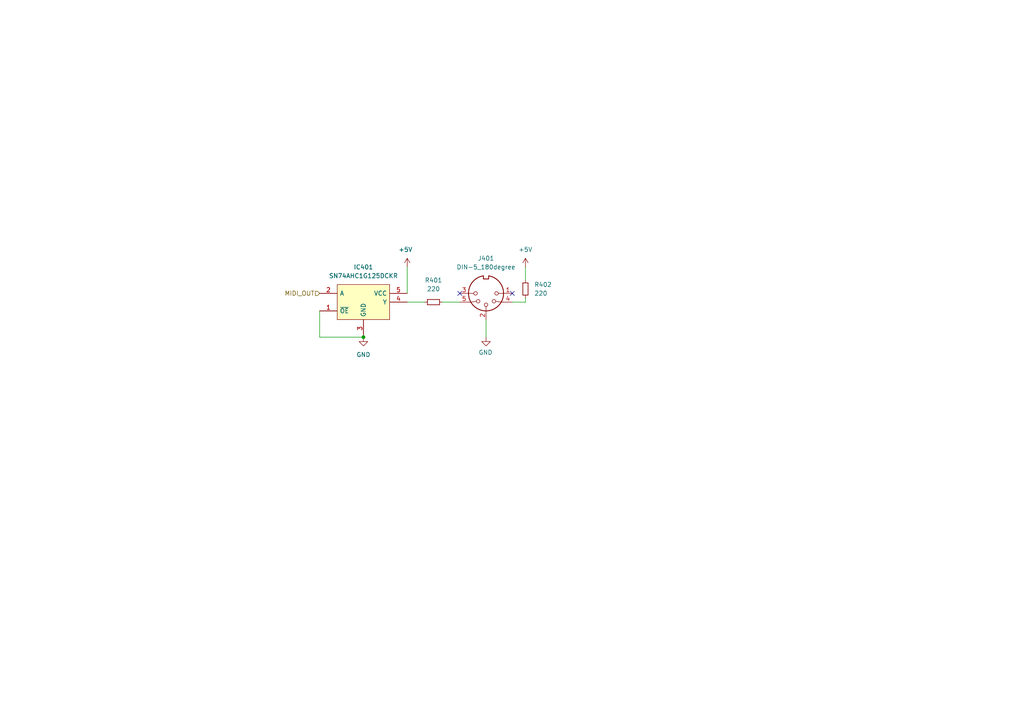
<source format=kicad_sch>
(kicad_sch (version 20211123) (generator eeschema)
  (paper "A4")
  (lib_symbols
    (symbol "Buffer:SN74AHC1G125DCKR" (pin_names (offset 0.762))
      (property "Reference" "IC" (at 21.59 7.62 0))
      (property "Value" "SN74AHC1G125DCKR" (at 21.59 5.08 0))
      (symbol "SN74AHC1G125DCKR_0_0"
        (pin passive line (at 0 -5.08 0) (length 5.08) (name "~{OE}") (number "1"))
        (pin passive line (at 0 0 0) (length 5.08) (name "A") (number "2"))
        (pin passive line (at 12.7 -12.7 90) (length 5.08) (name "GND") (number "3"))
        (pin passive line (at 25.4 -2.54 180) (length 5.08) (name "Y") (number "4"))
        (pin passive line (at 25.4 0 180) (length 5.08) (name "VCC") (number "5"))
      )
      (symbol "SN74AHC1G125DCKR_0_1"
        (polyline (pts (xy 5.08 2.54) (xy 20.32 2.54) (xy 20.32 -7.62) (xy 5.08 -7.62) (xy 5.08 2.54)) (stroke (width 0.1524)) (fill (type background)))
      )
    )
    (symbol "Connector:DIN-5_180degree" (pin_names (offset 1.016))
      (property "Reference" "J" (at 3.175 5.715 0))
      (property "Value" "DIN-5_180degree" (at 0 -6.35 0))
      (symbol "DIN-5_180degree_0_1"
        (arc (start -5.08 0) (mid -3.8609 -3.3364) (end -0.762 -5.08) (stroke (width 0.254)))
        (circle (center -3.048 0) (radius 0.508))
        (circle (center -2.286 2.286) (radius 0.508))
        (polyline (pts (xy -5.08 0) (xy -3.556 0)))
        (polyline (pts (xy 0 5.08) (xy 0 3.81)))
        (polyline (pts (xy 5.08 0) (xy 3.556 0)))
        (polyline (pts (xy -5.08 2.54) (xy -4.318 2.54) (xy -2.794 2.286)))
        (polyline (pts (xy 5.08 2.54) (xy 4.318 2.54) (xy 2.794 2.286)))
        (polyline (pts (xy -0.762 -4.953) (xy -0.762 -4.191) (xy 0.762 -4.191) (xy 0.762 -4.953)) (stroke (width 0.254)))
        (circle (center 0 3.302) (radius 0.508))
        (arc (start 0.762 -5.08) (mid 3.8685 -3.343) (end 5.08 0) (stroke (width 0.254)))
        (circle (center 2.286 2.286) (radius 0.508))
        (circle (center 3.048 0) (radius 0.508))
        (arc (start 5.08 0) (mid 0 5.08) (end -5.08 0) (stroke (width 0.254)))
      )
      (symbol "DIN-5_180degree_1_1"
        (pin passive line (at -7.62 0 0) (length 2.54) (name "~") (number "1"))
        (pin passive line (at 0 7.62 270) (length 2.54) (name "~") (number "2"))
        (pin passive line (at 7.62 0 180) (length 2.54) (name "~") (number "3"))
        (pin passive line (at -7.62 2.54 0) (length 2.54) (name "~") (number "4"))
        (pin passive line (at 7.62 2.54 180) (length 2.54) (name "~") (number "5"))
      )
    )
    (symbol "Device:R_Small" (pin_numbers hide) (pin_names (offset 0.254) hide)
      (property "Reference" "R" (at 0.762 0.508 0))
      (property "Value" "R_Small" (at 0.762 -1.016 0))
      (symbol "R_Small_0_1"
        (rectangle (start -0.762 1.778) (end 0.762 -1.778) (stroke (width 0.2032)))
      )
      (symbol "R_Small_1_1"
        (pin passive line (at 0 2.54 270) (length 0.762) (name "~") (number "1"))
        (pin passive line (at 0 -2.54 90) (length 0.762) (name "~") (number "2"))
      )
    )
    (symbol "power:+5V" (power) (pin_names (offset 0))
      (property "Value" "+5V" (at 0 3.556 0))
      (symbol "+5V_0_1"
        (polyline (pts (xy -0.762 1.27) (xy 0 2.54)))
        (polyline (pts (xy 0 0) (xy 0 2.54)))
        (polyline (pts (xy 0 2.54) (xy 0.762 1.27)))
      )
      (symbol "+5V_1_1"
        (pin power_in line (at 0 0 90) (length 0) hide (name "+5V") (number "1"))
      )
    )
    (symbol "power:GND" (power) (pin_names (offset 0))
      (property "Value" "GND" (at 0 -3.81 0))
      (symbol "GND_0_1"
        (polyline (pts (xy 0 0) (xy 0 -1.27) (xy 1.27 -1.27) (xy 0 -2.54) (xy -1.27 -1.27) (xy 0 -1.27)))
      )
      (symbol "GND_1_1"
        (pin power_in line (at 0 0 270) (length 0) hide (name "GND") (number "1"))
      )
    )
  )
  (junction (at 105.41 97.79))
  (no_connect (at 148.59 85.09))
  (no_connect (at 133.35 85.09))
  (wire (pts (xy 140.97 92.71) (xy 140.97 97.79)))
  (wire (pts (xy 92.71 90.17) (xy 92.71 97.79)))
  (wire (pts (xy 118.11 87.63) (xy 123.19 87.63)))
  (wire (pts (xy 118.11 77.47) (xy 118.11 85.09)))
  (wire (pts (xy 152.4 86.36) (xy 152.4 87.63)))
  (wire (pts (xy 152.4 87.63) (xy 148.59 87.63)))
  (wire (pts (xy 128.27 87.63) (xy 133.35 87.63)))
  (wire (pts (xy 152.4 81.28) (xy 152.4 77.47)))
  (wire (pts (xy 92.71 97.79) (xy 105.41 97.79)))
  (hierarchical_label "MIDI_OUT" (shape input) (at 92.71 85.09 180))
  (symbol (lib_id "Device:R_Small") (at 125.73 87.63 90) (unit 1)
    (property "Reference" "R401" (at 125.73 81.28 90))
    (property "Value" "220" (at 125.73 83.82 90))
    (property "Footprint" "Resistor_SMD:R_0603_1608Metric_Pad0.98x0.95mm_HandSolder" (effects hide))
  )
  (symbol (lib_id "Buffer:SN74AHC1G125DCKR") (at 92.71 85.09 0) (unit 1)
    (property "Reference" "IC401" (at 105.41 77.47 0))
    (property "Value" "SN74AHC1G125DCKR" (at 105.41 80.01 0))
    (property "Footprint" "Footprints:SOT65P210X110-5N" (effects hide))
    (property "Datasheet" "http://www.ti.com/lit/ds/symlink/sn74ahc1g125.pdf" (effects hide))
    (property "Description" "Single Bus Buffer Gate with 3-State Output" (effects hide))
    (property "Height" "1.1" (effects hide))
    (property "Mouser Part Number" "595-SN74AHC1G125DCKR" (effects hide))
    (property "Mouser Price/Stock" "https://www.mouser.co.uk/ProductDetail/Texas-Instruments/SN74AHC1G125DCKR?qs=pt%2FIv5r0EPf14Yn5ObgEuA%3D%3D" (effects hide))
    (property "Manufacturer_Name" "Texas Instruments" (effects hide))
    (property "Manufacturer_Part_Number" "SN74AHC1G125DCKR" (effects hide))
  )
  (symbol (lib_id "Device:R_Small") (at 152.4 83.82 180) (unit 1)
    (property "Reference" "R402" (at 154.94 82.5499 0) (effects (justify right)))
    (property "Value" "220" (at 154.94 85.0899 0) (effects (justify right)))
    (property "Footprint" "Resistor_SMD:R_0603_1608Metric_Pad0.98x0.95mm_HandSolder" (effects hide))
  )
  (symbol (lib_id "power:GND") (at 105.41 97.79 0) (unit 1)
    (property "Reference" "#PWR0401" (effects hide))
    (property "Value" "GND" (at 105.41 102.87 0))
  )
  (symbol (lib_id "Connector:DIN-5_180degree") (at 140.97 85.09 180) (unit 1)
    (property "Reference" "J401" (at 140.9699 74.93 0))
    (property "Value" "DIN-5_180degree" (at 140.9699 77.47 0))
    (property "Footprint" "Footprints:MIDI_DIN5" (effects hide))
    (property "Datasheet" "http://www.mouser.com/ds/2/18/40_c091_abd_e-75918.pdf" (effects hide))
  )
  (symbol (lib_id "power:+5V") (at 152.4 77.47 0) (unit 1)
    (property "Reference" "#PWR0404" (effects hide))
    (property "Value" "+5V" (at 152.4 72.39 0))
  )
  (symbol (lib_id "power:GND") (at 140.97 97.79 0) (unit 1)
    (property "Reference" "#PWR0403" (effects hide))
    (property "Value" "GND" (at 142.875 102.235 0) (effects (justify right)))
  )
  (symbol (lib_id "power:+5V") (at 118.11 77.47 0) (unit 1)
    (property "Reference" "#PWR0402" (effects hide))
    (property "Value" "+5V" (at 115.57 72.39 0) (effects (justify left)))
  )
)
</source>
